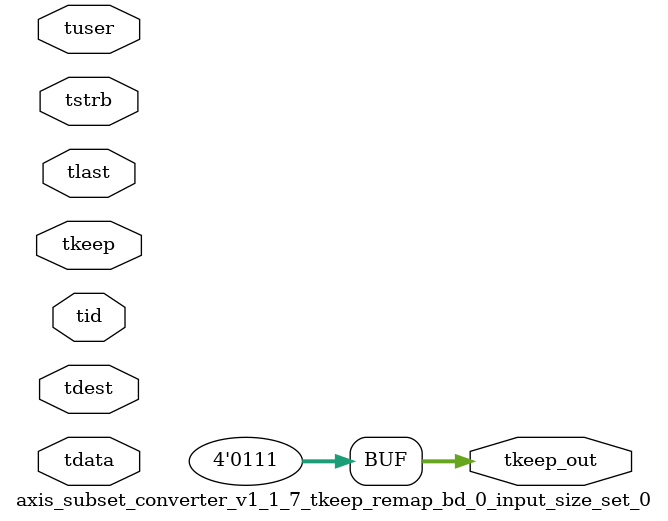
<source format=v>


`timescale 1ps/1ps

module axis_subset_converter_v1_1_7_tkeep_remap_bd_0_input_size_set_0 #
(
parameter C_S_AXIS_TDATA_WIDTH = 32,
parameter C_S_AXIS_TUSER_WIDTH = 0,
parameter C_S_AXIS_TID_WIDTH   = 0,
parameter C_S_AXIS_TDEST_WIDTH = 0,
parameter C_M_AXIS_TDATA_WIDTH = 32
)
(
input  [(C_S_AXIS_TDATA_WIDTH == 0 ? 1 : C_S_AXIS_TDATA_WIDTH)-1:0     ] tdata,
input  [(C_S_AXIS_TUSER_WIDTH == 0 ? 1 : C_S_AXIS_TUSER_WIDTH)-1:0     ] tuser,
input  [(C_S_AXIS_TID_WIDTH   == 0 ? 1 : C_S_AXIS_TID_WIDTH)-1:0       ] tid,
input  [(C_S_AXIS_TDEST_WIDTH == 0 ? 1 : C_S_AXIS_TDEST_WIDTH)-1:0     ] tdest,
input  [(C_S_AXIS_TDATA_WIDTH/8)-1:0 ] tkeep,
input  [(C_S_AXIS_TDATA_WIDTH/8)-1:0 ] tstrb,
input                                                                    tlast,
output [(C_M_AXIS_TDATA_WIDTH/8)-1:0 ] tkeep_out
);

assign tkeep_out = {3'b111};

endmodule


</source>
